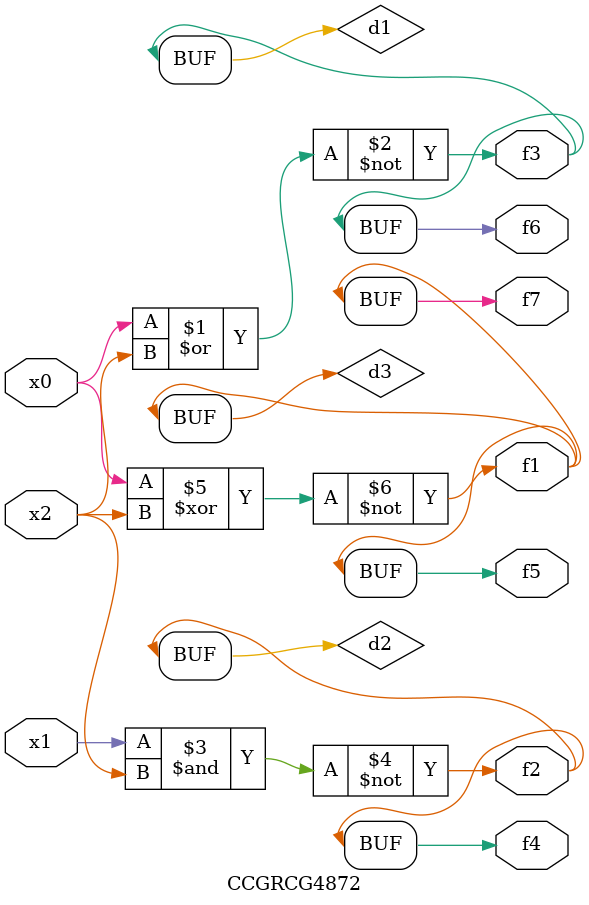
<source format=v>
module CCGRCG4872(
	input x0, x1, x2,
	output f1, f2, f3, f4, f5, f6, f7
);

	wire d1, d2, d3;

	nor (d1, x0, x2);
	nand (d2, x1, x2);
	xnor (d3, x0, x2);
	assign f1 = d3;
	assign f2 = d2;
	assign f3 = d1;
	assign f4 = d2;
	assign f5 = d3;
	assign f6 = d1;
	assign f7 = d3;
endmodule

</source>
